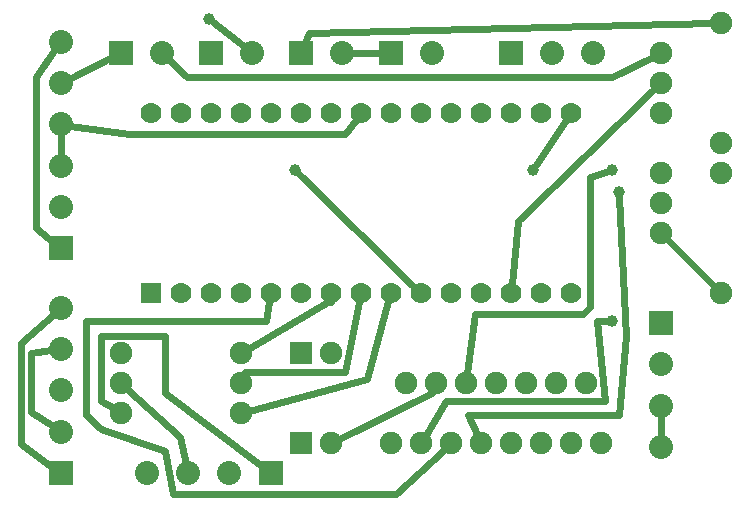
<source format=gbl>
G04 MADE WITH FRITZING*
G04 WWW.FRITZING.ORG*
G04 DOUBLE SIDED*
G04 HOLES PLATED*
G04 CONTOUR ON CENTER OF CONTOUR VECTOR*
%ASAXBY*%
%FSLAX23Y23*%
%MOIN*%
%OFA0B0*%
%SFA1.0B1.0*%
%ADD10C,0.074803*%
%ADD11C,0.075000*%
%ADD12C,0.039370*%
%ADD13C,0.080000*%
%ADD14C,0.070000*%
%ADD15R,0.075000X0.075000*%
%ADD16R,0.080000X0.080000*%
%ADD17R,0.070000X0.069972*%
%ADD18C,0.024000*%
%LNCOPPER0*%
G90*
G70*
G54D10*
X1317Y506D03*
X1417Y506D03*
X1517Y506D03*
X1617Y506D03*
X1717Y506D03*
X1817Y506D03*
X1917Y506D03*
X1267Y306D03*
X1367Y306D03*
X1467Y306D03*
X1567Y306D03*
X1667Y306D03*
X1767Y306D03*
X1867Y306D03*
X1967Y306D03*
G54D11*
X967Y606D03*
X1067Y606D03*
X967Y306D03*
X1067Y306D03*
G54D12*
X2004Y1215D03*
X1740Y1215D03*
X2004Y711D03*
X2028Y1143D03*
X948Y1215D03*
X660Y1719D03*
G54D13*
X167Y955D03*
X167Y1092D03*
X167Y1230D03*
X167Y1368D03*
X167Y1506D03*
X167Y1644D03*
X167Y206D03*
X167Y344D03*
X167Y481D03*
X167Y619D03*
X167Y757D03*
X367Y1606D03*
X505Y1606D03*
X967Y1606D03*
X1105Y1606D03*
X1667Y1606D03*
X1805Y1606D03*
X1942Y1606D03*
X867Y206D03*
X729Y206D03*
X591Y206D03*
X453Y206D03*
X2167Y706D03*
X2167Y568D03*
X2167Y430D03*
X2167Y292D03*
X1267Y1606D03*
X1405Y1606D03*
X667Y1606D03*
X805Y1606D03*
G54D14*
X467Y806D03*
X567Y806D03*
X667Y806D03*
X767Y806D03*
X867Y806D03*
X967Y806D03*
X1067Y806D03*
X1167Y806D03*
X1267Y806D03*
X1367Y806D03*
X1467Y806D03*
X1567Y806D03*
X1667Y806D03*
X1767Y806D03*
X1867Y806D03*
X467Y1406D03*
X567Y1406D03*
X667Y1406D03*
X767Y1406D03*
X867Y1406D03*
X967Y1406D03*
X1067Y1406D03*
X1167Y1406D03*
X1267Y1406D03*
X1367Y1406D03*
X1467Y1406D03*
X1567Y1406D03*
X1667Y1406D03*
X1767Y1406D03*
X1867Y1406D03*
G54D11*
X367Y406D03*
X767Y406D03*
X367Y506D03*
X767Y506D03*
X367Y606D03*
X767Y606D03*
X2367Y1306D03*
X2367Y1706D03*
X2367Y1206D03*
X2367Y806D03*
X2167Y1606D03*
X2167Y1506D03*
X2167Y1406D03*
X2167Y1206D03*
X2167Y1106D03*
X2167Y1006D03*
G54D15*
X967Y606D03*
X967Y306D03*
G54D16*
X167Y955D03*
X167Y206D03*
X367Y1606D03*
X967Y1606D03*
X1667Y1606D03*
X867Y206D03*
X2167Y706D03*
X1267Y1606D03*
X667Y1606D03*
G54D17*
X467Y806D03*
G54D18*
X2187Y986D02*
X2347Y826D01*
D02*
X584Y236D02*
X564Y327D01*
X564Y327D02*
X388Y487D01*
D02*
X1093Y318D02*
X1404Y471D01*
X1404Y471D02*
X1405Y475D01*
D02*
X143Y974D02*
X84Y1023D01*
X84Y1023D02*
X84Y1527D01*
X84Y1527D02*
X149Y1618D01*
D02*
X842Y225D02*
X516Y471D01*
X516Y471D02*
X516Y663D01*
X516Y663D02*
X300Y663D01*
X300Y663D02*
X300Y447D01*
X300Y447D02*
X343Y421D01*
D02*
X791Y620D02*
X1068Y783D01*
D02*
X1068Y783D02*
X1068Y777D01*
D02*
X2338Y1705D02*
X996Y1671D01*
D02*
X996Y1671D02*
X979Y1634D01*
D02*
X776Y533D02*
X780Y543D01*
D02*
X780Y543D02*
X1116Y543D01*
X1116Y543D02*
X1161Y777D01*
D02*
X198Y1364D02*
X396Y1335D01*
D02*
X396Y1335D02*
X1116Y1335D01*
X1116Y1335D02*
X1150Y1382D01*
D02*
X167Y1261D02*
X167Y1337D01*
D02*
X2146Y1486D02*
X1692Y1047D01*
D02*
X1692Y1047D02*
X1670Y835D01*
D02*
X2141Y1593D02*
X2004Y1527D01*
D02*
X2004Y1527D02*
X588Y1527D01*
X588Y1527D02*
X527Y1584D01*
D02*
X1136Y1606D02*
X1236Y1606D01*
D02*
X195Y1520D02*
X339Y1592D01*
D02*
X142Y224D02*
X36Y303D01*
X36Y303D02*
X36Y639D01*
X36Y639D02*
X144Y736D01*
D02*
X794Y413D02*
X1188Y519D01*
X1188Y519D02*
X1259Y778D01*
D02*
X1521Y538D02*
X1548Y735D01*
X1548Y735D02*
X1908Y735D01*
X1908Y735D02*
X1932Y759D01*
X1932Y759D02*
X1932Y1191D01*
X1932Y1191D02*
X1986Y1209D01*
D02*
X1751Y1231D02*
X1851Y1382D01*
D02*
X2167Y399D02*
X2167Y323D01*
D02*
X1985Y711D02*
X1956Y711D01*
X1956Y711D02*
X1980Y447D01*
X1980Y447D02*
X1452Y447D01*
X1452Y447D02*
X1384Y334D01*
D02*
X1443Y283D02*
X1284Y135D01*
X1284Y135D02*
X540Y135D01*
X540Y135D02*
X516Y279D01*
X516Y279D02*
X300Y351D01*
X300Y351D02*
X252Y399D01*
X252Y399D02*
X252Y711D01*
X252Y711D02*
X852Y711D01*
D02*
X852Y711D02*
X862Y777D01*
D02*
X2029Y1125D02*
X2052Y663D01*
X2052Y663D02*
X2028Y399D01*
X2028Y399D02*
X1524Y399D01*
X1524Y399D02*
X1553Y336D01*
D02*
X962Y1202D02*
X1346Y826D01*
D02*
X780Y1625D02*
X675Y1708D01*
D02*
X69Y605D02*
X69Y408D01*
D02*
X136Y615D02*
X69Y605D01*
D02*
X69Y408D02*
X141Y361D01*
G04 End of Copper0*
M02*
</source>
